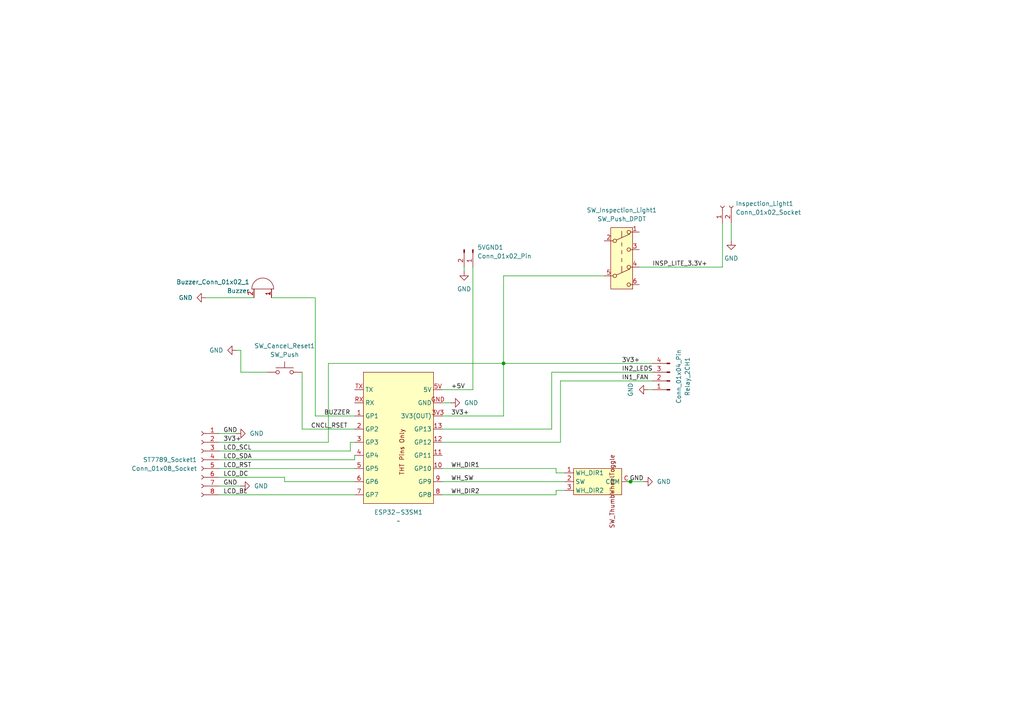
<source format=kicad_sch>
(kicad_sch (version 20250114) (generator "eeschema") (generator_version "9.0")
  (paper "A4")
  (title_block (title "UV Exposure Box (CN Matilda)") (company "TMB / Engin Arıcı"))
  (lib_symbols
    (symbol "Connector:Conn_01x02_Pin" (pin_names (offset 1.016) (hide yes))
      (property "Reference" "J" (at 0 2.54 0))
      (property "Value" "Conn_01x02_Pin" (at 0 -5.08 0))
      (symbol "Conn_01x02_Pin_1_1"
        (rectangle (start 0.8636 0.127) (end 0 -0.127) (stroke (width 0.1524)) (fill (type outline)))
        (rectangle (start 0.8636 -2.413) (end 0 -2.667) (stroke (width 0.1524)) (fill (type outline)))
        (polyline (pts (xy 1.27 0) (xy 0.8636 0)) (stroke (width 0.1524)))
        (polyline (pts (xy 1.27 -2.54) (xy 0.8636 -2.54)) (stroke (width 0.1524)))
        (pin passive line (at 5.08 0 180) (length 3.81) (name "Pin_1") (number "1"))
        (pin passive line (at 5.08 -2.54 180) (length 3.81) (name "Pin_2") (number "2"))
      )
    )
    (symbol "Connector:Conn_01x02_Socket" (pin_names (offset 1.016) (hide yes))
      (property "Reference" "J" (at 0 2.54 0))
      (property "Value" "Conn_01x02_Socket" (at 0 -5.08 0))
      (symbol "Conn_01x02_Socket_1_1"
        (polyline (pts (xy -1.27 0) (xy -0.508 0)) (stroke (width 0.1524)))
        (polyline (pts (xy -1.27 -2.54) (xy -0.508 -2.54)) (stroke (width 0.1524)))
        (arc (start 0 -0.508) (mid -0.5058 0) (end 0 0.508) (stroke (width 0.1524)))
        (arc (start 0 -3.048) (mid -0.5058 -2.54) (end 0 -2.032) (stroke (width 0.1524)))
        (pin passive line (at -5.08 0 0) (length 3.81) (name "Pin_1") (number "1"))
        (pin passive line (at -5.08 -2.54 0) (length 3.81) (name "Pin_2") (number "2"))
      )
    )
    (symbol "Connector:Conn_01x04_Pin" (pin_names (offset 1.016) (hide yes))
      (property "Reference" "J" (at 0 5.08 0))
      (property "Value" "Conn_01x04_Pin" (at 0 -7.62 0))
      (symbol "Conn_01x04_Pin_1_1"
        (rectangle (start 0.8636 2.667) (end 0 2.413) (stroke (width 0.1524)) (fill (type outline)))
        (rectangle (start 0.8636 0.127) (end 0 -0.127) (stroke (width 0.1524)) (fill (type outline)))
        (rectangle (start 0.8636 -2.413) (end 0 -2.667) (stroke (width 0.1524)) (fill (type outline)))
        (rectangle (start 0.8636 -4.953) (end 0 -5.207) (stroke (width 0.1524)) (fill (type outline)))
        (polyline (pts (xy 1.27 2.54) (xy 0.8636 2.54)) (stroke (width 0.1524)))
        (polyline (pts (xy 1.27 0) (xy 0.8636 0)) (stroke (width 0.1524)))
        (polyline (pts (xy 1.27 -2.54) (xy 0.8636 -2.54)) (stroke (width 0.1524)))
        (polyline (pts (xy 1.27 -5.08) (xy 0.8636 -5.08)) (stroke (width 0.1524)))
        (pin passive line (at 5.08 2.54 180) (length 3.81) (name "Pin_1") (number "1"))
        (pin passive line (at 5.08 0 180) (length 3.81) (name "Pin_2") (number "2"))
        (pin passive line (at 5.08 -2.54 180) (length 3.81) (name "Pin_3") (number "3"))
        (pin passive line (at 5.08 -5.08 180) (length 3.81) (name "Pin_4") (number "4"))
      )
    )
    (symbol "Connector:Conn_01x08_Socket" (pin_names (offset 1.016) (hide yes))
      (property "Reference" "J" (at 0 10.16 0))
      (property "Value" "Conn_01x08_Socket" (at 0 -12.7 0))
      (symbol "Conn_01x08_Socket_1_1"
        (polyline (pts (xy -1.27 7.62) (xy -0.508 7.62)) (stroke (width 0.1524)))
        (polyline (pts (xy -1.27 5.08) (xy -0.508 5.08)) (stroke (width 0.1524)))
        (polyline (pts (xy -1.27 2.54) (xy -0.508 2.54)) (stroke (width 0.1524)))
        (polyline (pts (xy -1.27 0) (xy -0.508 0)) (stroke (width 0.1524)))
        (polyline (pts (xy -1.27 -2.54) (xy -0.508 -2.54)) (stroke (width 0.1524)))
        (polyline (pts (xy -1.27 -5.08) (xy -0.508 -5.08)) (stroke (width 0.1524)))
        (polyline (pts (xy -1.27 -7.62) (xy -0.508 -7.62)) (stroke (width 0.1524)))
        (polyline (pts (xy -1.27 -10.16) (xy -0.508 -10.16)) (stroke (width 0.1524)))
        (arc (start 0 7.112) (mid -0.5058 7.62) (end 0 8.128) (stroke (width 0.1524)))
        (arc (start 0 4.572) (mid -0.5058 5.08) (end 0 5.588) (stroke (width 0.1524)))
        (arc (start 0 2.032) (mid -0.5058 2.54) (end 0 3.048) (stroke (width 0.1524)))
        (arc (start 0 -0.508) (mid -0.5058 0) (end 0 0.508) (stroke (width 0.1524)))
        (arc (start 0 -3.048) (mid -0.5058 -2.54) (end 0 -2.032) (stroke (width 0.1524)))
        (arc (start 0 -5.588) (mid -0.5058 -5.08) (end 0 -4.572) (stroke (width 0.1524)))
        (arc (start 0 -8.128) (mid -0.5058 -7.62) (end 0 -7.112) (stroke (width 0.1524)))
        (arc (start 0 -10.668) (mid -0.5058 -10.16) (end 0 -9.652) (stroke (width 0.1524)))
        (pin passive line (at -5.08 7.62 0) (length 3.81) (name "Pin_1") (number "1"))
        (pin passive line (at -5.08 5.08 0) (length 3.81) (name "Pin_2") (number "2"))
        (pin passive line (at -5.08 2.54 0) (length 3.81) (name "Pin_3") (number "3"))
        (pin passive line (at -5.08 0 0) (length 3.81) (name "Pin_4") (number "4"))
        (pin passive line (at -5.08 -2.54 0) (length 3.81) (name "Pin_5") (number "5"))
        (pin passive line (at -5.08 -5.08 0) (length 3.81) (name "Pin_6") (number "6"))
        (pin passive line (at -5.08 -7.62 0) (length 3.81) (name "Pin_7") (number "7"))
        (pin passive line (at -5.08 -10.16 0) (length 3.81) (name "Pin_8") (number "8"))
      )
    )
    (symbol "Device:Buzzer" (pin_names (offset 0.0254) (hide yes))
      (property "Reference" "BZ" (at 3.81 1.27 0))
      (property "Value" "Buzzer" (at 3.81 -1.27 0))
      (symbol "Buzzer_0_1"
        (polyline (pts (xy -1.651 1.905) (xy -1.143 1.905)))
        (polyline (pts (xy -1.397 2.159) (xy -1.397 1.651)))
        (arc (start 0 3.175) (mid 3.1612 0) (end 0 -3.175))
        (polyline (pts (xy 0 3.175) (xy 0 -3.175)))
      )
      (symbol "Buzzer_1_1"
        (pin passive line (at -2.54 2.54 0) (length 2.54) (name "+") (number "1"))
        (pin passive line (at -2.54 -2.54 0) (length 2.54) (name "-") (number "2"))
      )
    )
    (symbol "Switch:SW_Push" (pin_numbers (hide yes)) (pin_names (offset 1.016) (hide yes))
      (property "Reference" "SW" (at 1.27 2.54 0))
      (property "Value" "SW_Push" (at 0 -1.524 0))
      (symbol "SW_Push_0_1"
        (circle (center -2.032 0) (radius 0.508))
        (polyline (pts (xy 0 1.27) (xy 0 3.048)))
        (circle (center 2.032 0) (radius 0.508))
        (polyline (pts (xy 2.54 1.27) (xy -2.54 1.27)))
        (pin passive line (at -5.08 0 0) (length 2.54) (name "1") (number "1"))
        (pin passive line (at 5.08 0 180) (length 2.54) (name "2") (number "2"))
      )
    )
    (symbol "Switch:SW_Push_DPDT" (pin_names (offset 0) (hide yes))
      (property "Reference" "SW" (at 0 10.16 0))
      (property "Value" "SW_Push_DPDT" (at 0 -10.16 0))
      (symbol "SW_Push_DPDT_0_0"
        (circle (center -2.032 5.08) (radius 0.508))
        (circle (center -2.032 -5.08) (radius 0.508))
        (circle (center 2.032 2.54) (radius 0.508))
        (circle (center 2.032 -7.62) (radius 0.508))
      )
      (symbol "SW_Push_DPDT_0_1"
        (polyline (pts (xy -1.524 5.334) (xy 2.3368 7.0612)))
        (polyline (pts (xy -1.524 -4.826) (xy 2.3368 -3.0988)))
        (polyline (pts (xy 0 7.874) (xy 0 6.096)))
        (polyline (pts (xy 0 3.556) (xy 0 4.572)))
        (polyline (pts (xy 0 1.27) (xy 0 2.286)))
        (polyline (pts (xy 0 -1.016) (xy 0 0)))
        (polyline (pts (xy 0 -2.286) (xy 0 -4.064)))
        (circle (center 2.032 7.62) (radius 0.508))
        (circle (center 2.032 -2.54) (radius 0.508))
      )
      (symbol "SW_Push_DPDT_1_1"
        (rectangle (start -3.175 8.89) (end 3.175 -8.89) (fill (type background)))
        (pin passive line (at -5.08 5.08 0) (length 2.54) (name "B") (number "2"))
        (pin passive line (at -5.08 -5.08 0) (length 2.54) (name "B") (number "5"))
        (pin passive line (at 5.08 7.62 180) (length 2.54) (name "A") (number "1"))
        (pin passive line (at 5.08 2.54 180) (length 2.54) (name "C") (number "3"))
        (pin passive line (at 5.08 -2.54 180) (length 2.54) (name "A") (number "4"))
        (pin passive line (at 5.08 -7.62 180) (length 2.54) (name "C") (number "6"))
      )
    )
    (symbol "TMB_Library:ESP32-S3_Super_Mini_THTONLY"
      (property "Reference" "ESPS3-S3 Super Mini" (at -6.604 -9.398 90))
      (symbol "ESP32-S3_Super_Mini_THTONLY_0_1"
        (rectangle (start -15.24 10.16) (end 5.08 -27.94) (fill (type background)))
      )
      (symbol "ESP32-S3_Super_Mini_THTONLY_1_1"
        (text "THT Pins Only\n" (at -4.064 -12.954 900) (effects (font (size 1.27 1.27))))
        (pin bidirectional line (at -17.78 5.08 0) (length 2.54) (name "TX") (number "TX"))
        (pin bidirectional line (at -17.78 1.27 0) (length 2.54) (name "RX") (number "RX"))
        (pin bidirectional line (at -17.78 -2.54 0) (length 2.54) (name "GP1") (number "1"))
        (pin bidirectional line (at -17.78 -6.35 0) (length 2.54) (name "GP2") (number "2"))
        (pin bidirectional line (at -17.78 -10.16 0) (length 2.54) (name "GP3") (number "3"))
        (pin bidirectional line (at -17.78 -13.97 0) (length 2.54) (name "GP4") (number "4"))
        (pin bidirectional line (at -17.78 -17.78 0) (length 2.54) (name "GP5") (number "5"))
        (pin bidirectional line (at -17.78 -21.59 0) (length 2.54) (name "GP6") (number "6"))
        (pin bidirectional line (at -17.78 -25.4 0) (length 2.54) (name "GP7") (number "7"))
        (pin power_in line (at 7.62 5.08 180) (length 2.54) (name "5V") (number "5V"))
        (pin power_in line (at 7.62 1.27 180) (length 2.54) (name "GND") (number "GND"))
        (pin power_out line (at 7.62 -2.54 180) (length 2.54) (name "3V3(OUT)") (number "3V3"))
        (pin bidirectional line (at 7.62 -6.35 180) (length 2.54) (name "GP13") (number "13"))
        (pin bidirectional line (at 7.62 -10.16 180) (length 2.54) (name "GP12") (number "12"))
        (pin bidirectional line (at 7.62 -13.97 180) (length 2.54) (name "GP11") (number "11"))
        (pin bidirectional line (at 7.62 -17.78 180) (length 2.54) (name "GP10") (number "10"))
        (pin bidirectional line (at 7.62 -21.59 180) (length 2.54) (name "GP9") (number "9"))
        (pin bidirectional line (at 7.62 -25.4 180) (length 2.54) (name "GP8") (number "8"))
      )
    )
    (symbol "TMB_Library:SW_ThumbWheelToggle"
      (property "Reference" "U" (at 0 0 0))
      (symbol "SW_ThumbWheelToggle_0_1"
        (rectangle (start -2.54 21.59) (end 5.08 7.62) (fill (type color) (color 255 255 194 1)))
      )
      (symbol "SW_ThumbWheelToggle_1_1"
        (text "SW_ThumbWheelToggle" (at 4.064 18.796 0) (effects (font (size 1.27 1.27))))
        (pin input line (at -1.27 5.08 90) (length 2.54) (name "WH_DIR1") (number "1"))
        (pin input line (at 1.27 24.13 270) (length 2.54) (name "COM") (number "C"))
        (pin input line (at 1.27 5.08 90) (length 2.54) (name "SW") (number "2"))
        (pin input line (at 3.81 5.08 90) (length 2.54) (name "WH_DIR2") (number "3"))
      )
    )
    (symbol "power:GND" (power) (pin_numbers (hide yes)) (pin_names (offset 0) (hide yes))
      (property "Value" "GND" (at 0 -3.81 0))
      (symbol "GND_0_1"
        (polyline (pts (xy 0 0) (xy 0 -1.27) (xy 1.27 -1.27) (xy 0 -2.54) (xy -1.27 -1.27) (xy 0 -1.27)))
      )
      (symbol "GND_1_1"
        (pin power_in line (at 0 0 270) (length 0) (name "~") (number "1"))
      )
    )
  )
  (junction (at 146.05 105.41))
  (junction (at 182.88 139.7))
  (wire (pts (xy 146.05 105.41) (xy 146.05 80.01)))
  (wire (pts (xy 91.44 120.65) (xy 102.87 120.65)))
  (wire (pts (xy 137.16 113.03) (xy 128.27 113.03)))
  (wire (pts (xy 87.63 124.46) (xy 102.87 124.46)))
  (wire (pts (xy 128.27 120.65) (xy 146.05 120.65)))
  (wire (pts (xy 161.29 143.51) (xy 161.29 142.24)))
  (wire (pts (xy 128.27 124.46) (xy 160.02 124.46)))
  (wire (pts (xy 102.87 128.27) (xy 101.6 128.27)))
  (wire (pts (xy 162.56 110.49) (xy 162.56 128.27)))
  (wire (pts (xy 95.25 128.27) (xy 95.25 105.41)))
  (wire (pts (xy 137.16 77.47) (xy 137.16 113.03)))
  (wire (pts (xy 160.02 107.95) (xy 160.02 124.46)))
  (wire (pts (xy 130.81 116.84) (xy 128.27 116.84)))
  (wire (pts (xy 161.29 142.24) (xy 163.83 142.24)))
  (wire (pts (xy 63.5 135.89) (xy 102.87 135.89)))
  (wire (pts (xy 102.87 132.08) (xy 102.87 133.35)))
  (wire (pts (xy 102.87 139.7) (xy 82.55 139.7)))
  (wire (pts (xy 78.74 86.36) (xy 91.44 86.36)))
  (wire (pts (xy 161.29 135.89) (xy 161.29 137.16)))
  (wire (pts (xy 87.63 107.95) (xy 87.63 124.46)))
  (wire (pts (xy 95.25 105.41) (xy 146.05 105.41)))
  (wire (pts (xy 128.27 128.27) (xy 162.56 128.27)))
  (wire (pts (xy 128.27 139.7) (xy 163.83 139.7)))
  (wire (pts (xy 63.5 128.27) (xy 95.25 128.27)))
  (wire (pts (xy 161.29 137.16) (xy 163.83 137.16)))
  (wire (pts (xy 63.5 140.97) (xy 69.85 140.97)))
  (wire (pts (xy 63.5 133.35) (xy 102.87 133.35)))
  (wire (pts (xy 128.27 143.51) (xy 161.29 143.51)))
  (wire (pts (xy 101.6 128.27) (xy 101.6 130.81)))
  (wire (pts (xy 189.23 105.41) (xy 146.05 105.41)))
  (wire (pts (xy 189.23 110.49) (xy 162.56 110.49)))
  (wire (pts (xy 182.88 139.7) (xy 186.69 139.7)))
  (wire (pts (xy 63.5 130.81) (xy 101.6 130.81)))
  (wire (pts (xy 146.05 105.41) (xy 146.05 120.65)))
  (wire (pts (xy 185.42 77.47) (xy 209.55 77.47)))
  (wire (pts (xy 128.27 135.89) (xy 161.29 135.89)))
  (wire (pts (xy 77.47 107.95) (xy 69.85 107.95)))
  (wire (pts (xy 82.55 139.7) (xy 82.55 138.43)))
  (wire (pts (xy 134.62 77.47) (xy 134.62 78.74)))
  (wire (pts (xy 63.5 125.73) (xy 68.58 125.73)))
  (wire (pts (xy 63.5 143.51) (xy 102.87 143.51)))
  (wire (pts (xy 209.55 77.47) (xy 209.55 64.77)))
  (wire (pts (xy 212.09 64.77) (xy 212.09 69.85)))
  (wire (pts (xy 189.23 113.03) (xy 187.96 113.03)))
  (wire (pts (xy 63.5 138.43) (xy 82.55 138.43)))
  (wire (pts (xy 91.44 86.36) (xy 91.44 120.65)))
  (wire (pts (xy 69.85 101.6) (xy 68.58 101.6)))
  (wire (pts (xy 189.23 107.95) (xy 160.02 107.95)))
  (wire (pts (xy 146.05 80.01) (xy 175.26 80.01)))
  (wire (pts (xy 69.85 101.6) (xy 69.85 107.95)))
  (wire (pts (xy 73.66 86.36) (xy 59.69 86.36)))
  (wire (pts (xy 181.61 139.7) (xy 182.88 139.7)))
  (label "IN1_FAN" (at 180.34 110.49 0))
  (label "3V3+" (at 180.34 105.41 0))
  (label "LCD_SCL" (at 64.77 130.81 0))
  (label "LCD_RST" (at 64.77 135.89 0))
  (label "IN2_LEDS" (at 180.34 107.95 0))
  (label "+5V" (at 130.81 113.03 0))
  (label "LCD_DC" (at 64.77 138.43 0))
  (label "GND" (at 186.69 139.7 180))
  (label "CNCL_RSET" (at 90.17 124.46 0))
  (label "WH_DIR1" (at 130.81 135.89 0))
  (label "BUZZER" (at 93.98 120.65 0))
  (label "3V3+" (at 130.81 120.65 0))
  (label "LCD_SDA" (at 64.77 133.35 0))
  (label "GND" (at 64.77 140.97 0))
  (label "WH_DIR2" (at 130.81 143.51 0))
  (label "3V3+" (at 64.77 128.27 0))
  (label "WH_SW" (at 130.81 139.7 0))
  (label "LCD_BL" (at 64.77 143.51 0))
  (label "INSP_LITE_3.3V+" (at 189.23 77.47 0))
  (label "GND" (at 64.77 125.73 0))
  (symbol (lib_id "Connector:Conn_01x02_Socket") (at 209.55 59.69 90) (unit 1)
    (property "Reference" "Inspection_Light1" (at 213.36 59.0549 90) (effects (justify right)))
    (property "Value" "Conn_01x02_Socket" (at 213.36 61.5949 90) (effects (justify right)))
    (property "Footprint" "Connector_PinHeader_2.54mm:PinHeader_1x02_P2.54mm_Vertical" (effects (hide yes)))
    (property "Description" "Generic connector, single row, 01x02, script generated" (effects (hide yes)))
  )
  (symbol (lib_id "TMB_Library:ESP32-S3_Super_Mini_THTONLY") (at 120.65 118.11 0) (unit 1)
    (property "Reference" "ESP32-S3SM1" (at 115.57 148.59 0))
    (property "Value" "~" (at 115.57 151.13 0))
    (property "Footprint" "TMB_Library:ESP32-S3_Super_Mini_THTONLY" (effects (hide yes)))
  )
  (symbol (lib_id "Switch:SW_Push_DPDT") (at 180.34 74.93 0) (unit 1)
    (property "Reference" "SW_Inspection_Light1" (at 180.34 60.96 0))
    (property "Value" "SW_Push_DPDT" (at 180.34 63.5 0))
    (property "Footprint" "TMB_Library:SW_Push_DPDT_8x8mm" (effects (hide yes)))
    (property "Description" "Momentary Switch, dual pole double throw" (effects (hide yes)))
  )
  (symbol (lib_id "power:GND") (at 134.62 78.74 0) (unit 1)
    (property "Reference" "#PWR06" (effects (hide yes)))
    (property "Value" "GND" (at 134.62 83.82 0))
    (property "Description" "Power symbol creates a global label with name \"GND\" , ground" (effects (hide yes)))
  )
  (symbol (lib_id "Connector:Conn_01x04_Pin") (at 194.31 110.49 180) (unit 1)
    (property "Reference" "Relay_2CH1" (at 199.39 109.22 90))
    (property "Value" "Conn_01x04_Pin" (at 196.85 109.22 90))
    (property "Footprint" "Connector_PinHeader_2.54mm:PinHeader_1x04_P2.54mm_Vertical" (effects (hide yes)))
    (property "Description" "Generic connector, single row, 01x04, script generated" (effects (hide yes)))
  )
  (symbol (lib_id "power:GND") (at 187.96 113.03 270) (unit 1)
    (property "Reference" "#PWR07" (effects (hide yes)))
    (property "Value" "GND" (at 182.88 113.03 0))
    (property "Description" "Power symbol creates a global label with name \"GND\" , ground" (effects (hide yes)))
  )
  (symbol (lib_id "power:GND") (at 186.69 139.7 90) (unit 1)
    (property "Reference" "#PWR01" (effects (hide yes)))
    (property "Value" "GND" (at 190.5 139.6999 90) (effects (justify right)))
    (property "Description" "Power symbol creates a global label with name \"GND\" , ground" (effects (hide yes)))
  )
  (symbol (lib_id "Connector:Conn_01x02_Pin") (at 137.16 72.39 270) (unit 1)
    (property "Reference" "5VGND1" (at 138.43 71.7549 90) (effects (justify left)))
    (property "Value" "Conn_01x02_Pin" (at 138.43 74.2949 90) (effects (justify left)))
    (property "Footprint" "Connector_JST:JST_XH_B2B-XH-A_1x02_P2.50mm_Vertical" (effects (hide yes)))
    (property "Description" "Generic connector, single row, 01x02, script generated" (effects (hide yes)))
  )
  (symbol (lib_id "power:GND") (at 69.85 140.97 90) (mirror x) (unit 1)
    (property "Reference" "#PWR04" (effects (hide yes)))
    (property "Value" "GND" (at 73.66 140.9701 90) (effects (justify right)))
    (property "Description" "Power symbol creates a global label with name \"GND\" , ground" (effects (hide yes)))
  )
  (symbol (lib_id "TMB_Library:SW_ThumbWheelToggle") (at 158.75 138.43 270) (unit 1)
    (property "Reference" "SW_TWT_Start_Pause_Adjust1" (effects (hide yes)))
    (property "Footprint" "TMB_Library:SW_ThumbWheelToggle" (effects (hide yes)))
  )
  (symbol (lib_id "Device:Buzzer") (at 76.2 83.82 270) (mirror x) (unit 1)
    (property "Reference" "Buzzer_Conn_01x02_1" (at 72.39 81.7948 90) (effects (justify right)))
    (property "Value" "Buzzer" (at 72.39 84.3348 90) (effects (justify right)))
    (property "Footprint" "Connector_PinHeader_2.54mm:PinHeader_1x02_P2.54mm_Vertical" (effects (hide yes)))
    (property "Description" "Buzzer, polarized" (effects (hide yes)))
  )
  (symbol (lib_id "power:GND") (at 130.81 116.84 90) (unit 1)
    (property "Reference" "#PWR05" (effects (hide yes)))
    (property "Value" "GND" (at 134.62 116.8399 90) (effects (justify right)))
    (property "Description" "Power symbol creates a global label with name \"GND\" , ground" (effects (hide yes)))
  )
  (symbol (lib_id "power:GND") (at 68.58 125.73 90) (mirror x) (unit 1)
    (property "Reference" "#PWR02" (effects (hide yes)))
    (property "Value" "GND" (at 72.39 125.7301 90) (effects (justify right)))
    (property "Description" "Power symbol creates a global label with name \"GND\" , ground" (effects (hide yes)))
  )
  (symbol (lib_id "power:GND") (at 212.09 69.85 0) (unit 1)
    (property "Reference" "#PWR03" (effects (hide yes)))
    (property "Value" "GND" (at 212.09 74.93 0))
    (property "Description" "Power symbol creates a global label with name \"GND\" , ground" (effects (hide yes)))
  )
  (symbol (lib_id "power:GND") (at 59.69 86.36 270) (mirror x) (unit 1)
    (property "Reference" "#PWR09" (effects (hide yes)))
    (property "Value" "GND" (at 55.88 86.3599 90) (effects (justify right)))
    (property "Description" "Power symbol creates a global label with name \"GND\" , ground" (effects (hide yes)))
  )
  (symbol (lib_id "power:GND") (at 68.58 101.6 270) (unit 1)
    (property "Reference" "#PWR08" (effects (hide yes)))
    (property "Value" "GND" (at 64.77 101.5999 90) (effects (justify right)))
    (property "Description" "Power symbol creates a global label with name \"GND\" , ground" (effects (hide yes)))
  )
  (symbol (lib_id "Connector:Conn_01x08_Socket") (at 58.42 133.35 0) (mirror y) (unit 1)
    (property "Reference" "ST7789_Socket1" (at 57.15 133.3499 0) (effects (justify left)))
    (property "Value" "Conn_01x08_Socket" (at 57.15 135.8899 0) (effects (justify left)))
    (property "Footprint" "Connector_PinSocket_2.54mm:PinSocket_1x08_P2.54mm_Horizontal" (effects (hide yes)))
    (property "Description" "Generic connector, single row, 01x08, script generated" (effects (hide yes)))
  )
  (symbol (lib_id "Switch:SW_Push") (at 82.55 107.95 0) (unit 1)
    (property "Reference" "SW_Cancel_Reset1" (at 82.55 100.33 0))
    (property "Value" "SW_Push" (at 82.55 102.87 0))
    (property "Footprint" "Button_Switch_THT:SW_PUSH_6mm_H8.5mm" (effects (hide yes)))
    (property "Description" "Push button switch, generic, two pins" (effects (hide yes)))
  )
)
</source>
